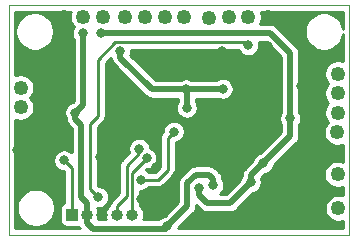
<source format=gbr>
G04 #@! TF.GenerationSoftware,KiCad,Pcbnew,5.1.9*
G04 #@! TF.CreationDate,2021-03-07T10:51:21+01:00*
G04 #@! TF.ProjectId,UniAmp,556e6941-6d70-42e6-9b69-6361645f7063,rev?*
G04 #@! TF.SameCoordinates,Original*
G04 #@! TF.FileFunction,Copper,L2,Bot*
G04 #@! TF.FilePolarity,Positive*
%FSLAX46Y46*%
G04 Gerber Fmt 4.6, Leading zero omitted, Abs format (unit mm)*
G04 Created by KiCad (PCBNEW 5.1.9) date 2021-03-07 10:51:21*
%MOMM*%
%LPD*%
G01*
G04 APERTURE LIST*
G04 #@! TA.AperFunction,Profile*
%ADD10C,0.050000*%
G04 #@! TD*
G04 #@! TA.AperFunction,ComponentPad*
%ADD11R,1.000000X1.000000*%
G04 #@! TD*
G04 #@! TA.AperFunction,ComponentPad*
%ADD12O,1.000000X1.000000*%
G04 #@! TD*
G04 #@! TA.AperFunction,ComponentPad*
%ADD13C,1.250000*%
G04 #@! TD*
G04 #@! TA.AperFunction,ViaPad*
%ADD14C,0.800000*%
G04 #@! TD*
G04 #@! TA.AperFunction,Conductor*
%ADD15C,0.250000*%
G04 #@! TD*
G04 #@! TA.AperFunction,Conductor*
%ADD16C,0.500000*%
G04 #@! TD*
G04 #@! TA.AperFunction,Conductor*
%ADD17C,0.254000*%
G04 #@! TD*
G04 #@! TA.AperFunction,Conductor*
%ADD18C,0.150000*%
G04 #@! TD*
G04 APERTURE END LIST*
D10*
X113010000Y-56530000D02*
X113010000Y-75960000D01*
X141850000Y-56530000D02*
X113010000Y-56530000D01*
X141850000Y-75960000D02*
X141850000Y-56530000D01*
X113010000Y-75960000D02*
X141850000Y-75960000D01*
D11*
X118360000Y-74230000D03*
D12*
X119630000Y-74230000D03*
X120900000Y-74230000D03*
X122170000Y-74230000D03*
X123440000Y-74230000D03*
D13*
X114000000Y-63500000D03*
X114000000Y-65150000D03*
X117660000Y-57490000D03*
X120960000Y-57480000D03*
X127850000Y-57540000D03*
X126190000Y-57500000D03*
X124530000Y-57480000D03*
X122870000Y-57520000D03*
X119310000Y-57490000D03*
X140870000Y-62310000D03*
X140870000Y-63970000D03*
X140850000Y-65620000D03*
X140830000Y-67270000D03*
X140840000Y-70820000D03*
X140910000Y-73700000D03*
X129970000Y-57550000D03*
X131620000Y-57530000D03*
X133270000Y-57540000D03*
X134920000Y-57540000D03*
D14*
X132110000Y-74790000D03*
X130860000Y-67940000D03*
X120760000Y-69320000D03*
X136280000Y-74860000D03*
X113690000Y-68780000D03*
X135560000Y-63330000D03*
X140230000Y-68950000D03*
X117350000Y-64620000D03*
X121840000Y-64020000D03*
X125480000Y-70240000D03*
X127250000Y-70870000D03*
X124210000Y-72920000D03*
X117680000Y-58860000D03*
X134920000Y-59930000D03*
X123025000Y-65675000D03*
X137725000Y-63325000D03*
X138150000Y-61275000D03*
X126234990Y-61900000D03*
X131090000Y-60379999D03*
X136830000Y-66100000D03*
X129140000Y-72020000D03*
X133500000Y-71500000D03*
X134540000Y-69880000D03*
X120811724Y-58858722D03*
X131120000Y-63600000D03*
X128090000Y-65200000D03*
X127990000Y-63637500D03*
X122430000Y-60380000D03*
X117690000Y-69650000D03*
X124060000Y-68650000D03*
X124670000Y-69480000D03*
X126990000Y-67210000D03*
X124220000Y-71282500D03*
X130300740Y-71770236D03*
X119280000Y-58900000D03*
X126400000Y-75225000D03*
X118650000Y-65600000D03*
X120600000Y-72750000D03*
X133300000Y-59900000D03*
D15*
X120760000Y-67870000D02*
X121690000Y-66940000D01*
X120760000Y-69320000D02*
X120760000Y-67870000D01*
X121690000Y-66940000D02*
X125290000Y-66940000D01*
X125290000Y-66940000D02*
X125720000Y-67370000D01*
X125720000Y-67370000D02*
X125720000Y-70000000D01*
X125720000Y-70000000D02*
X125480000Y-70240000D01*
X137725000Y-63325000D02*
X137725000Y-61700000D01*
X137725000Y-61700000D02*
X138150000Y-61275000D01*
D16*
X129140000Y-72585685D02*
X129814315Y-73260000D01*
X129140000Y-72020000D02*
X129140000Y-72585685D01*
X131740000Y-73260000D02*
X133500000Y-71500000D01*
X129814315Y-73260000D02*
X131740000Y-73260000D01*
X133500000Y-70920000D02*
X134540000Y-69880000D01*
X133500000Y-71500000D02*
X133500000Y-70920000D01*
X136830000Y-67590000D02*
X136830000Y-66100000D01*
X134540000Y-69880000D02*
X136830000Y-67590000D01*
D15*
X136830000Y-65534315D02*
X136825000Y-65529315D01*
X136830000Y-66100000D02*
X136830000Y-65534315D01*
D16*
X136830000Y-64780000D02*
X136825000Y-64775000D01*
X136830000Y-66100000D02*
X136830000Y-64780000D01*
X136825000Y-65529315D02*
X136825000Y-64775000D01*
X135098001Y-58849999D02*
X120820447Y-58849999D01*
X136825000Y-60576998D02*
X135098001Y-58849999D01*
X136825000Y-61035000D02*
X136825000Y-60576998D01*
X136825000Y-64775000D02*
X136825000Y-61035000D01*
X120820447Y-58849999D02*
X120811724Y-58858722D01*
X127424315Y-63637500D02*
X127990000Y-63637500D01*
X125121815Y-63637500D02*
X127424315Y-63637500D01*
X122430000Y-60945685D02*
X125121815Y-63637500D01*
X122430000Y-60380000D02*
X122430000Y-60945685D01*
X131082500Y-63637500D02*
X131120000Y-63600000D01*
X127990000Y-63637500D02*
X131082500Y-63637500D01*
X128090000Y-63737500D02*
X127990000Y-63637500D01*
X128090000Y-65200000D02*
X128090000Y-63737500D01*
D15*
X118360000Y-70320000D02*
X117690000Y-69650000D01*
X118360000Y-74230000D02*
X118360000Y-70320000D01*
X122170000Y-73522894D02*
X122170000Y-74230000D01*
X122989990Y-72702904D02*
X122170000Y-73522894D01*
X122989991Y-70087007D02*
X122989990Y-72702904D01*
X124060000Y-69016998D02*
X122989991Y-70087007D01*
X124060000Y-68650000D02*
X124060000Y-69016998D01*
X123440000Y-70710000D02*
X124670000Y-69480000D01*
X123440000Y-74230000D02*
X123440000Y-70710000D01*
X126990000Y-67210000D02*
X126480000Y-67720000D01*
X126480000Y-67720000D02*
X126480000Y-70440000D01*
X126480000Y-70440000D02*
X125637500Y-71282500D01*
X125637500Y-71282500D02*
X124220000Y-71282500D01*
D16*
X119280000Y-58900000D02*
X119280000Y-59465685D01*
X119630000Y-74937106D02*
X120117894Y-75425000D01*
X119630000Y-74230000D02*
X119630000Y-74937106D01*
X120117894Y-75425000D02*
X126275000Y-75425000D01*
D15*
X126275000Y-75425000D02*
X126275000Y-75350000D01*
X126275000Y-75350000D02*
X126400000Y-75225000D01*
D16*
X126400000Y-75225000D02*
X128100000Y-73525000D01*
X128100000Y-73525000D02*
X128100000Y-71575000D01*
X118650000Y-66165685D02*
X119100000Y-66615685D01*
X118650000Y-65600000D02*
X118650000Y-66165685D01*
X119100000Y-66615685D02*
X119100000Y-72725000D01*
X119630000Y-73255000D02*
X119630000Y-74230000D01*
X119100000Y-72725000D02*
X119630000Y-73255000D01*
X119280000Y-64970000D02*
X118650000Y-65600000D01*
X119280000Y-58900000D02*
X119280000Y-64970000D01*
X130300740Y-71204551D02*
X129946189Y-70850000D01*
X128825000Y-70850000D02*
X128100000Y-71575000D01*
X129946189Y-70850000D02*
X128825000Y-70850000D01*
X130300740Y-71770236D02*
X130300740Y-71204551D01*
D15*
X120550000Y-61133002D02*
X122028003Y-59654999D01*
X133054999Y-59654999D02*
X133300000Y-59900000D01*
X122028003Y-59654999D02*
X133054999Y-59654999D01*
X120550000Y-65900000D02*
X120550000Y-61133002D01*
X119900000Y-66550000D02*
X120550000Y-65900000D01*
X119900000Y-72050000D02*
X119900000Y-66550000D01*
X120600000Y-72750000D02*
X119900000Y-72050000D01*
D17*
X118202271Y-57153974D02*
X118158000Y-57376538D01*
X118158000Y-57603462D01*
X118202271Y-57826026D01*
X118289111Y-58035677D01*
X118415183Y-58224357D01*
X118535898Y-58345072D01*
X118458504Y-58460901D01*
X118388624Y-58629604D01*
X118353000Y-58808699D01*
X118353000Y-58991301D01*
X118388624Y-59170396D01*
X118458504Y-59339099D01*
X118503000Y-59405693D01*
X118503001Y-64648155D01*
X118458158Y-64692999D01*
X118379604Y-64708624D01*
X118210901Y-64778504D01*
X118059072Y-64879952D01*
X117929952Y-65009072D01*
X117828504Y-65160901D01*
X117758624Y-65329604D01*
X117723000Y-65508699D01*
X117723000Y-65691301D01*
X117758624Y-65870396D01*
X117828504Y-66039099D01*
X117873000Y-66105693D01*
X117873000Y-66127522D01*
X117869241Y-66165685D01*
X117873000Y-66203848D01*
X117873000Y-66203851D01*
X117884243Y-66318004D01*
X117928673Y-66464469D01*
X117950489Y-66505283D01*
X118000823Y-66599451D01*
X118065134Y-66677814D01*
X118097921Y-66717765D01*
X118127565Y-66742093D01*
X118323000Y-66937528D01*
X118323000Y-68972024D01*
X118280928Y-68929952D01*
X118129099Y-68828504D01*
X117960396Y-68758624D01*
X117781301Y-68723000D01*
X117598699Y-68723000D01*
X117419604Y-68758624D01*
X117250901Y-68828504D01*
X117099072Y-68929952D01*
X116969952Y-69059072D01*
X116868504Y-69210901D01*
X116798624Y-69379604D01*
X116763000Y-69558699D01*
X116763000Y-69741301D01*
X116798624Y-69920396D01*
X116868504Y-70089099D01*
X116969952Y-70240928D01*
X117099072Y-70370048D01*
X117250901Y-70471496D01*
X117419604Y-70541376D01*
X117598699Y-70577000D01*
X117694933Y-70577000D01*
X117708001Y-70590068D01*
X117708000Y-73225396D01*
X117657350Y-73240761D01*
X117565798Y-73289696D01*
X117485552Y-73355552D01*
X117419696Y-73435798D01*
X117370761Y-73527350D01*
X117340626Y-73626690D01*
X117330451Y-73730000D01*
X117330451Y-74730000D01*
X117340626Y-74833310D01*
X117370761Y-74932650D01*
X117419696Y-75024202D01*
X117485552Y-75104448D01*
X117565798Y-75170304D01*
X117657350Y-75219239D01*
X117756690Y-75249374D01*
X117860000Y-75259549D01*
X118860000Y-75259549D01*
X118918253Y-75253812D01*
X118980823Y-75370872D01*
X119011293Y-75408000D01*
X113562000Y-75408000D01*
X113562000Y-73499755D01*
X113673000Y-73499755D01*
X113673000Y-73820245D01*
X113735525Y-74134578D01*
X113858172Y-74430673D01*
X114036227Y-74697152D01*
X114262848Y-74923773D01*
X114529327Y-75101828D01*
X114825422Y-75224475D01*
X115139755Y-75287000D01*
X115460245Y-75287000D01*
X115774578Y-75224475D01*
X116070673Y-75101828D01*
X116337152Y-74923773D01*
X116563773Y-74697152D01*
X116741828Y-74430673D01*
X116864475Y-74134578D01*
X116927000Y-73820245D01*
X116927000Y-73499755D01*
X116864475Y-73185422D01*
X116741828Y-72889327D01*
X116563773Y-72622848D01*
X116337152Y-72396227D01*
X116070673Y-72218172D01*
X115774578Y-72095525D01*
X115460245Y-72033000D01*
X115139755Y-72033000D01*
X114825422Y-72095525D01*
X114529327Y-72218172D01*
X114262848Y-72396227D01*
X114036227Y-72622848D01*
X113858172Y-72889327D01*
X113735525Y-73185422D01*
X113673000Y-73499755D01*
X113562000Y-73499755D01*
X113562000Y-66215490D01*
X113663974Y-66257729D01*
X113886538Y-66302000D01*
X114113462Y-66302000D01*
X114336026Y-66257729D01*
X114545677Y-66170889D01*
X114734357Y-66044817D01*
X114894817Y-65884357D01*
X115020889Y-65695677D01*
X115107729Y-65486026D01*
X115152000Y-65263462D01*
X115152000Y-65036538D01*
X115107729Y-64813974D01*
X115020889Y-64604323D01*
X114894817Y-64415643D01*
X114804174Y-64325000D01*
X114894817Y-64234357D01*
X115020889Y-64045677D01*
X115107729Y-63836026D01*
X115152000Y-63613462D01*
X115152000Y-63386538D01*
X115107729Y-63163974D01*
X115020889Y-62954323D01*
X114894817Y-62765643D01*
X114734357Y-62605183D01*
X114545677Y-62479111D01*
X114336026Y-62392271D01*
X114113462Y-62348000D01*
X113886538Y-62348000D01*
X113663974Y-62392271D01*
X113562000Y-62434510D01*
X113562000Y-58569755D01*
X113573000Y-58569755D01*
X113573000Y-58890245D01*
X113635525Y-59204578D01*
X113758172Y-59500673D01*
X113936227Y-59767152D01*
X114162848Y-59993773D01*
X114429327Y-60171828D01*
X114725422Y-60294475D01*
X115039755Y-60357000D01*
X115360245Y-60357000D01*
X115674578Y-60294475D01*
X115970673Y-60171828D01*
X116237152Y-59993773D01*
X116463773Y-59767152D01*
X116641828Y-59500673D01*
X116764475Y-59204578D01*
X116827000Y-58890245D01*
X116827000Y-58569755D01*
X116764475Y-58255422D01*
X116641828Y-57959327D01*
X116463773Y-57692848D01*
X116237152Y-57466227D01*
X115970673Y-57288172D01*
X115674578Y-57165525D01*
X115360245Y-57103000D01*
X115039755Y-57103000D01*
X114725422Y-57165525D01*
X114429327Y-57288172D01*
X114162848Y-57466227D01*
X113936227Y-57692848D01*
X113758172Y-57959327D01*
X113635525Y-58255422D01*
X113573000Y-58569755D01*
X113562000Y-58569755D01*
X113562000Y-57082000D01*
X118232084Y-57082000D01*
X118202271Y-57153974D01*
G04 #@! TA.AperFunction,Conductor*
D18*
G36*
X118202271Y-57153974D02*
G01*
X118158000Y-57376538D01*
X118158000Y-57603462D01*
X118202271Y-57826026D01*
X118289111Y-58035677D01*
X118415183Y-58224357D01*
X118535898Y-58345072D01*
X118458504Y-58460901D01*
X118388624Y-58629604D01*
X118353000Y-58808699D01*
X118353000Y-58991301D01*
X118388624Y-59170396D01*
X118458504Y-59339099D01*
X118503000Y-59405693D01*
X118503001Y-64648155D01*
X118458158Y-64692999D01*
X118379604Y-64708624D01*
X118210901Y-64778504D01*
X118059072Y-64879952D01*
X117929952Y-65009072D01*
X117828504Y-65160901D01*
X117758624Y-65329604D01*
X117723000Y-65508699D01*
X117723000Y-65691301D01*
X117758624Y-65870396D01*
X117828504Y-66039099D01*
X117873000Y-66105693D01*
X117873000Y-66127522D01*
X117869241Y-66165685D01*
X117873000Y-66203848D01*
X117873000Y-66203851D01*
X117884243Y-66318004D01*
X117928673Y-66464469D01*
X117950489Y-66505283D01*
X118000823Y-66599451D01*
X118065134Y-66677814D01*
X118097921Y-66717765D01*
X118127565Y-66742093D01*
X118323000Y-66937528D01*
X118323000Y-68972024D01*
X118280928Y-68929952D01*
X118129099Y-68828504D01*
X117960396Y-68758624D01*
X117781301Y-68723000D01*
X117598699Y-68723000D01*
X117419604Y-68758624D01*
X117250901Y-68828504D01*
X117099072Y-68929952D01*
X116969952Y-69059072D01*
X116868504Y-69210901D01*
X116798624Y-69379604D01*
X116763000Y-69558699D01*
X116763000Y-69741301D01*
X116798624Y-69920396D01*
X116868504Y-70089099D01*
X116969952Y-70240928D01*
X117099072Y-70370048D01*
X117250901Y-70471496D01*
X117419604Y-70541376D01*
X117598699Y-70577000D01*
X117694933Y-70577000D01*
X117708001Y-70590068D01*
X117708000Y-73225396D01*
X117657350Y-73240761D01*
X117565798Y-73289696D01*
X117485552Y-73355552D01*
X117419696Y-73435798D01*
X117370761Y-73527350D01*
X117340626Y-73626690D01*
X117330451Y-73730000D01*
X117330451Y-74730000D01*
X117340626Y-74833310D01*
X117370761Y-74932650D01*
X117419696Y-75024202D01*
X117485552Y-75104448D01*
X117565798Y-75170304D01*
X117657350Y-75219239D01*
X117756690Y-75249374D01*
X117860000Y-75259549D01*
X118860000Y-75259549D01*
X118918253Y-75253812D01*
X118980823Y-75370872D01*
X119011293Y-75408000D01*
X113562000Y-75408000D01*
X113562000Y-73499755D01*
X113673000Y-73499755D01*
X113673000Y-73820245D01*
X113735525Y-74134578D01*
X113858172Y-74430673D01*
X114036227Y-74697152D01*
X114262848Y-74923773D01*
X114529327Y-75101828D01*
X114825422Y-75224475D01*
X115139755Y-75287000D01*
X115460245Y-75287000D01*
X115774578Y-75224475D01*
X116070673Y-75101828D01*
X116337152Y-74923773D01*
X116563773Y-74697152D01*
X116741828Y-74430673D01*
X116864475Y-74134578D01*
X116927000Y-73820245D01*
X116927000Y-73499755D01*
X116864475Y-73185422D01*
X116741828Y-72889327D01*
X116563773Y-72622848D01*
X116337152Y-72396227D01*
X116070673Y-72218172D01*
X115774578Y-72095525D01*
X115460245Y-72033000D01*
X115139755Y-72033000D01*
X114825422Y-72095525D01*
X114529327Y-72218172D01*
X114262848Y-72396227D01*
X114036227Y-72622848D01*
X113858172Y-72889327D01*
X113735525Y-73185422D01*
X113673000Y-73499755D01*
X113562000Y-73499755D01*
X113562000Y-66215490D01*
X113663974Y-66257729D01*
X113886538Y-66302000D01*
X114113462Y-66302000D01*
X114336026Y-66257729D01*
X114545677Y-66170889D01*
X114734357Y-66044817D01*
X114894817Y-65884357D01*
X115020889Y-65695677D01*
X115107729Y-65486026D01*
X115152000Y-65263462D01*
X115152000Y-65036538D01*
X115107729Y-64813974D01*
X115020889Y-64604323D01*
X114894817Y-64415643D01*
X114804174Y-64325000D01*
X114894817Y-64234357D01*
X115020889Y-64045677D01*
X115107729Y-63836026D01*
X115152000Y-63613462D01*
X115152000Y-63386538D01*
X115107729Y-63163974D01*
X115020889Y-62954323D01*
X114894817Y-62765643D01*
X114734357Y-62605183D01*
X114545677Y-62479111D01*
X114336026Y-62392271D01*
X114113462Y-62348000D01*
X113886538Y-62348000D01*
X113663974Y-62392271D01*
X113562000Y-62434510D01*
X113562000Y-58569755D01*
X113573000Y-58569755D01*
X113573000Y-58890245D01*
X113635525Y-59204578D01*
X113758172Y-59500673D01*
X113936227Y-59767152D01*
X114162848Y-59993773D01*
X114429327Y-60171828D01*
X114725422Y-60294475D01*
X115039755Y-60357000D01*
X115360245Y-60357000D01*
X115674578Y-60294475D01*
X115970673Y-60171828D01*
X116237152Y-59993773D01*
X116463773Y-59767152D01*
X116641828Y-59500673D01*
X116764475Y-59204578D01*
X116827000Y-58890245D01*
X116827000Y-58569755D01*
X116764475Y-58255422D01*
X116641828Y-57959327D01*
X116463773Y-57692848D01*
X116237152Y-57466227D01*
X115970673Y-57288172D01*
X115674578Y-57165525D01*
X115360245Y-57103000D01*
X115039755Y-57103000D01*
X114725422Y-57165525D01*
X114429327Y-57288172D01*
X114162848Y-57466227D01*
X113936227Y-57692848D01*
X113758172Y-57959327D01*
X113635525Y-58255422D01*
X113573000Y-58569755D01*
X113562000Y-58569755D01*
X113562000Y-57082000D01*
X118232084Y-57082000D01*
X118202271Y-57153974D01*
G37*
G04 #@! TD.AperFunction*
D17*
X141298001Y-58534514D02*
X141244475Y-58265422D01*
X141121828Y-57969327D01*
X140943773Y-57702848D01*
X140717152Y-57476227D01*
X140450673Y-57298172D01*
X140154578Y-57175525D01*
X139840245Y-57113000D01*
X139519755Y-57113000D01*
X139205422Y-57175525D01*
X138909327Y-57298172D01*
X138642848Y-57476227D01*
X138416227Y-57702848D01*
X138238172Y-57969327D01*
X138115525Y-58265422D01*
X138053000Y-58579755D01*
X138053000Y-58900245D01*
X138115525Y-59214578D01*
X138238172Y-59510673D01*
X138416227Y-59777152D01*
X138642848Y-60003773D01*
X138909327Y-60181828D01*
X139205422Y-60304475D01*
X139519755Y-60367000D01*
X139840245Y-60367000D01*
X140154578Y-60304475D01*
X140450673Y-60181828D01*
X140717152Y-60003773D01*
X140943773Y-59777152D01*
X141121828Y-59510673D01*
X141244475Y-59214578D01*
X141298001Y-58945486D01*
X141298001Y-61240368D01*
X141206026Y-61202271D01*
X140983462Y-61158000D01*
X140756538Y-61158000D01*
X140533974Y-61202271D01*
X140324323Y-61289111D01*
X140135643Y-61415183D01*
X139975183Y-61575643D01*
X139849111Y-61764323D01*
X139762271Y-61973974D01*
X139718000Y-62196538D01*
X139718000Y-62423462D01*
X139762271Y-62646026D01*
X139849111Y-62855677D01*
X139975183Y-63044357D01*
X140070826Y-63140000D01*
X139975183Y-63235643D01*
X139849111Y-63424323D01*
X139762271Y-63633974D01*
X139718000Y-63856538D01*
X139718000Y-64083462D01*
X139762271Y-64306026D01*
X139849111Y-64515677D01*
X139975183Y-64704357D01*
X140055826Y-64785000D01*
X139955183Y-64885643D01*
X139829111Y-65074323D01*
X139742271Y-65283974D01*
X139698000Y-65506538D01*
X139698000Y-65733462D01*
X139742271Y-65956026D01*
X139829111Y-66165677D01*
X139955183Y-66354357D01*
X140035826Y-66435000D01*
X139935183Y-66535643D01*
X139809111Y-66724323D01*
X139722271Y-66933974D01*
X139678000Y-67156538D01*
X139678000Y-67383462D01*
X139722271Y-67606026D01*
X139809111Y-67815677D01*
X139935183Y-68004357D01*
X140095643Y-68164817D01*
X140284323Y-68290889D01*
X140493974Y-68377729D01*
X140716538Y-68422000D01*
X140943462Y-68422000D01*
X141166026Y-68377729D01*
X141298000Y-68323064D01*
X141298000Y-69762794D01*
X141176026Y-69712271D01*
X140953462Y-69668000D01*
X140726538Y-69668000D01*
X140503974Y-69712271D01*
X140294323Y-69799111D01*
X140105643Y-69925183D01*
X139945183Y-70085643D01*
X139819111Y-70274323D01*
X139732271Y-70483974D01*
X139688000Y-70706538D01*
X139688000Y-70933462D01*
X139732271Y-71156026D01*
X139819111Y-71365677D01*
X139945183Y-71554357D01*
X140105643Y-71714817D01*
X140294323Y-71840889D01*
X140503974Y-71927729D01*
X140726538Y-71972000D01*
X140953462Y-71972000D01*
X141176026Y-71927729D01*
X141298000Y-71877206D01*
X141298000Y-72613799D01*
X141246026Y-72592271D01*
X141023462Y-72548000D01*
X140796538Y-72548000D01*
X140573974Y-72592271D01*
X140364323Y-72679111D01*
X140175643Y-72805183D01*
X140015183Y-72965643D01*
X139889111Y-73154323D01*
X139802271Y-73363974D01*
X139758000Y-73586538D01*
X139758000Y-73813462D01*
X139802271Y-74036026D01*
X139889111Y-74245677D01*
X140015183Y-74434357D01*
X140175643Y-74594817D01*
X140364323Y-74720889D01*
X140573974Y-74807729D01*
X140796538Y-74852000D01*
X141023462Y-74852000D01*
X141246026Y-74807729D01*
X141298000Y-74786201D01*
X141298000Y-75408000D01*
X127315843Y-75408000D01*
X128622437Y-74101407D01*
X128652080Y-74077080D01*
X128681888Y-74040759D01*
X128749177Y-73958767D01*
X128821327Y-73823784D01*
X128849776Y-73730000D01*
X128865757Y-73677319D01*
X128877000Y-73563166D01*
X128877000Y-73563157D01*
X128880758Y-73525001D01*
X128877000Y-73486845D01*
X128877000Y-73421528D01*
X129237907Y-73782436D01*
X129262235Y-73812080D01*
X129291879Y-73836408D01*
X129291880Y-73836409D01*
X129380548Y-73909177D01*
X129506177Y-73976327D01*
X129515531Y-73981327D01*
X129661996Y-74025757D01*
X129776149Y-74037000D01*
X129776158Y-74037000D01*
X129814314Y-74040758D01*
X129852470Y-74037000D01*
X131701837Y-74037000D01*
X131740000Y-74040759D01*
X131778163Y-74037000D01*
X131778166Y-74037000D01*
X131892319Y-74025757D01*
X132038784Y-73981327D01*
X132173766Y-73909177D01*
X132292080Y-73812080D01*
X132316412Y-73782431D01*
X133691843Y-72407001D01*
X133770396Y-72391376D01*
X133939099Y-72321496D01*
X134090928Y-72220048D01*
X134220048Y-72090928D01*
X134321496Y-71939099D01*
X134391376Y-71770396D01*
X134427000Y-71591301D01*
X134427000Y-71408699D01*
X134391376Y-71229604D01*
X134361461Y-71157383D01*
X134731842Y-70787001D01*
X134810396Y-70771376D01*
X134979099Y-70701496D01*
X135130928Y-70600048D01*
X135260048Y-70470928D01*
X135361496Y-70319099D01*
X135431376Y-70150396D01*
X135447001Y-70071842D01*
X137352437Y-68166407D01*
X137382080Y-68142080D01*
X137429759Y-68083983D01*
X137479177Y-68023767D01*
X137551327Y-67888784D01*
X137563755Y-67847814D01*
X137595757Y-67742319D01*
X137607000Y-67628166D01*
X137607000Y-67628157D01*
X137610758Y-67590001D01*
X137607000Y-67551845D01*
X137607000Y-66605693D01*
X137651496Y-66539099D01*
X137721376Y-66370396D01*
X137757000Y-66191301D01*
X137757000Y-66008699D01*
X137721376Y-65829604D01*
X137651496Y-65660901D01*
X137607000Y-65594307D01*
X137607000Y-64818155D01*
X137610758Y-64779999D01*
X137607000Y-64741844D01*
X137607000Y-64741834D01*
X137602000Y-64691068D01*
X137602000Y-60615153D01*
X137605758Y-60576997D01*
X137602000Y-60538841D01*
X137602000Y-60538833D01*
X137590757Y-60424679D01*
X137546327Y-60278214D01*
X137533513Y-60254241D01*
X137474177Y-60143231D01*
X137401409Y-60054563D01*
X137401408Y-60054562D01*
X137377080Y-60024918D01*
X137347436Y-60000590D01*
X135674413Y-58327568D01*
X135650081Y-58297919D01*
X135531767Y-58200822D01*
X135396785Y-58128672D01*
X135250320Y-58084242D01*
X135136167Y-58072999D01*
X135136164Y-58072999D01*
X135098001Y-58069240D01*
X135059838Y-58072999D01*
X134296140Y-58072999D01*
X134377729Y-57876026D01*
X134422000Y-57653462D01*
X134422000Y-57426538D01*
X134377729Y-57203974D01*
X134327206Y-57082000D01*
X141298001Y-57082000D01*
X141298001Y-58534514D01*
G04 #@! TA.AperFunction,Conductor*
D18*
G36*
X141298001Y-58534514D02*
G01*
X141244475Y-58265422D01*
X141121828Y-57969327D01*
X140943773Y-57702848D01*
X140717152Y-57476227D01*
X140450673Y-57298172D01*
X140154578Y-57175525D01*
X139840245Y-57113000D01*
X139519755Y-57113000D01*
X139205422Y-57175525D01*
X138909327Y-57298172D01*
X138642848Y-57476227D01*
X138416227Y-57702848D01*
X138238172Y-57969327D01*
X138115525Y-58265422D01*
X138053000Y-58579755D01*
X138053000Y-58900245D01*
X138115525Y-59214578D01*
X138238172Y-59510673D01*
X138416227Y-59777152D01*
X138642848Y-60003773D01*
X138909327Y-60181828D01*
X139205422Y-60304475D01*
X139519755Y-60367000D01*
X139840245Y-60367000D01*
X140154578Y-60304475D01*
X140450673Y-60181828D01*
X140717152Y-60003773D01*
X140943773Y-59777152D01*
X141121828Y-59510673D01*
X141244475Y-59214578D01*
X141298001Y-58945486D01*
X141298001Y-61240368D01*
X141206026Y-61202271D01*
X140983462Y-61158000D01*
X140756538Y-61158000D01*
X140533974Y-61202271D01*
X140324323Y-61289111D01*
X140135643Y-61415183D01*
X139975183Y-61575643D01*
X139849111Y-61764323D01*
X139762271Y-61973974D01*
X139718000Y-62196538D01*
X139718000Y-62423462D01*
X139762271Y-62646026D01*
X139849111Y-62855677D01*
X139975183Y-63044357D01*
X140070826Y-63140000D01*
X139975183Y-63235643D01*
X139849111Y-63424323D01*
X139762271Y-63633974D01*
X139718000Y-63856538D01*
X139718000Y-64083462D01*
X139762271Y-64306026D01*
X139849111Y-64515677D01*
X139975183Y-64704357D01*
X140055826Y-64785000D01*
X139955183Y-64885643D01*
X139829111Y-65074323D01*
X139742271Y-65283974D01*
X139698000Y-65506538D01*
X139698000Y-65733462D01*
X139742271Y-65956026D01*
X139829111Y-66165677D01*
X139955183Y-66354357D01*
X140035826Y-66435000D01*
X139935183Y-66535643D01*
X139809111Y-66724323D01*
X139722271Y-66933974D01*
X139678000Y-67156538D01*
X139678000Y-67383462D01*
X139722271Y-67606026D01*
X139809111Y-67815677D01*
X139935183Y-68004357D01*
X140095643Y-68164817D01*
X140284323Y-68290889D01*
X140493974Y-68377729D01*
X140716538Y-68422000D01*
X140943462Y-68422000D01*
X141166026Y-68377729D01*
X141298000Y-68323064D01*
X141298000Y-69762794D01*
X141176026Y-69712271D01*
X140953462Y-69668000D01*
X140726538Y-69668000D01*
X140503974Y-69712271D01*
X140294323Y-69799111D01*
X140105643Y-69925183D01*
X139945183Y-70085643D01*
X139819111Y-70274323D01*
X139732271Y-70483974D01*
X139688000Y-70706538D01*
X139688000Y-70933462D01*
X139732271Y-71156026D01*
X139819111Y-71365677D01*
X139945183Y-71554357D01*
X140105643Y-71714817D01*
X140294323Y-71840889D01*
X140503974Y-71927729D01*
X140726538Y-71972000D01*
X140953462Y-71972000D01*
X141176026Y-71927729D01*
X141298000Y-71877206D01*
X141298000Y-72613799D01*
X141246026Y-72592271D01*
X141023462Y-72548000D01*
X140796538Y-72548000D01*
X140573974Y-72592271D01*
X140364323Y-72679111D01*
X140175643Y-72805183D01*
X140015183Y-72965643D01*
X139889111Y-73154323D01*
X139802271Y-73363974D01*
X139758000Y-73586538D01*
X139758000Y-73813462D01*
X139802271Y-74036026D01*
X139889111Y-74245677D01*
X140015183Y-74434357D01*
X140175643Y-74594817D01*
X140364323Y-74720889D01*
X140573974Y-74807729D01*
X140796538Y-74852000D01*
X141023462Y-74852000D01*
X141246026Y-74807729D01*
X141298000Y-74786201D01*
X141298000Y-75408000D01*
X127315843Y-75408000D01*
X128622437Y-74101407D01*
X128652080Y-74077080D01*
X128681888Y-74040759D01*
X128749177Y-73958767D01*
X128821327Y-73823784D01*
X128849776Y-73730000D01*
X128865757Y-73677319D01*
X128877000Y-73563166D01*
X128877000Y-73563157D01*
X128880758Y-73525001D01*
X128877000Y-73486845D01*
X128877000Y-73421528D01*
X129237907Y-73782436D01*
X129262235Y-73812080D01*
X129291879Y-73836408D01*
X129291880Y-73836409D01*
X129380548Y-73909177D01*
X129506177Y-73976327D01*
X129515531Y-73981327D01*
X129661996Y-74025757D01*
X129776149Y-74037000D01*
X129776158Y-74037000D01*
X129814314Y-74040758D01*
X129852470Y-74037000D01*
X131701837Y-74037000D01*
X131740000Y-74040759D01*
X131778163Y-74037000D01*
X131778166Y-74037000D01*
X131892319Y-74025757D01*
X132038784Y-73981327D01*
X132173766Y-73909177D01*
X132292080Y-73812080D01*
X132316412Y-73782431D01*
X133691843Y-72407001D01*
X133770396Y-72391376D01*
X133939099Y-72321496D01*
X134090928Y-72220048D01*
X134220048Y-72090928D01*
X134321496Y-71939099D01*
X134391376Y-71770396D01*
X134427000Y-71591301D01*
X134427000Y-71408699D01*
X134391376Y-71229604D01*
X134361461Y-71157383D01*
X134731842Y-70787001D01*
X134810396Y-70771376D01*
X134979099Y-70701496D01*
X135130928Y-70600048D01*
X135260048Y-70470928D01*
X135361496Y-70319099D01*
X135431376Y-70150396D01*
X135447001Y-70071842D01*
X137352437Y-68166407D01*
X137382080Y-68142080D01*
X137429759Y-68083983D01*
X137479177Y-68023767D01*
X137551327Y-67888784D01*
X137563755Y-67847814D01*
X137595757Y-67742319D01*
X137607000Y-67628166D01*
X137607000Y-67628157D01*
X137610758Y-67590001D01*
X137607000Y-67551845D01*
X137607000Y-66605693D01*
X137651496Y-66539099D01*
X137721376Y-66370396D01*
X137757000Y-66191301D01*
X137757000Y-66008699D01*
X137721376Y-65829604D01*
X137651496Y-65660901D01*
X137607000Y-65594307D01*
X137607000Y-64818155D01*
X137610758Y-64779999D01*
X137607000Y-64741844D01*
X137607000Y-64741834D01*
X137602000Y-64691068D01*
X137602000Y-60615153D01*
X137605758Y-60576997D01*
X137602000Y-60538841D01*
X137602000Y-60538833D01*
X137590757Y-60424679D01*
X137546327Y-60278214D01*
X137533513Y-60254241D01*
X137474177Y-60143231D01*
X137401409Y-60054563D01*
X137401408Y-60054562D01*
X137377080Y-60024918D01*
X137347436Y-60000590D01*
X135674413Y-58327568D01*
X135650081Y-58297919D01*
X135531767Y-58200822D01*
X135396785Y-58128672D01*
X135250320Y-58084242D01*
X135136167Y-58072999D01*
X135136164Y-58072999D01*
X135098001Y-58069240D01*
X135059838Y-58072999D01*
X134296140Y-58072999D01*
X134377729Y-57876026D01*
X134422000Y-57653462D01*
X134422000Y-57426538D01*
X134377729Y-57203974D01*
X134327206Y-57082000D01*
X141298001Y-57082000D01*
X141298001Y-58534514D01*
G37*
G04 #@! TD.AperFunction*
D17*
X136048000Y-60898842D02*
X136048000Y-61073165D01*
X136048001Y-61073175D01*
X136048000Y-64736834D01*
X136044241Y-64775000D01*
X136048000Y-64813163D01*
X136048000Y-65567480D01*
X136050945Y-65597383D01*
X136008504Y-65660901D01*
X135938624Y-65829604D01*
X135903000Y-66008699D01*
X135903000Y-66191301D01*
X135938624Y-66370396D01*
X136008504Y-66539099D01*
X136053001Y-66605694D01*
X136053000Y-67268156D01*
X134348158Y-68972999D01*
X134269604Y-68988624D01*
X134100901Y-69058504D01*
X133949072Y-69159952D01*
X133819952Y-69289072D01*
X133718504Y-69440901D01*
X133648624Y-69609604D01*
X133632999Y-69688158D01*
X132977565Y-70343592D01*
X132947921Y-70367920D01*
X132923593Y-70397564D01*
X132923591Y-70397566D01*
X132850823Y-70486234D01*
X132816089Y-70551217D01*
X132778673Y-70621216D01*
X132734243Y-70767681D01*
X132725774Y-70853673D01*
X132719241Y-70920000D01*
X132723000Y-70958163D01*
X132723000Y-70994307D01*
X132678504Y-71060901D01*
X132608624Y-71229604D01*
X132592999Y-71308157D01*
X131418157Y-72483000D01*
X130898952Y-72483000D01*
X131020788Y-72361164D01*
X131122236Y-72209335D01*
X131192116Y-72040632D01*
X131227740Y-71861537D01*
X131227740Y-71678935D01*
X131192116Y-71499840D01*
X131122236Y-71331137D01*
X131077740Y-71264543D01*
X131077740Y-71242714D01*
X131081499Y-71204551D01*
X131077740Y-71166385D01*
X131066497Y-71052232D01*
X131022067Y-70905767D01*
X130949917Y-70770785D01*
X130852820Y-70652471D01*
X130823170Y-70628138D01*
X130522602Y-70327570D01*
X130498269Y-70297920D01*
X130379955Y-70200823D01*
X130244973Y-70128673D01*
X130098508Y-70084243D01*
X129984355Y-70073000D01*
X129984352Y-70073000D01*
X129946189Y-70069241D01*
X129908026Y-70073000D01*
X128863163Y-70073000D01*
X128825000Y-70069241D01*
X128786836Y-70073000D01*
X128786834Y-70073000D01*
X128672681Y-70084243D01*
X128526216Y-70128673D01*
X128458725Y-70164748D01*
X128391233Y-70200823D01*
X128335288Y-70246736D01*
X128272920Y-70297920D01*
X128248592Y-70327564D01*
X127577565Y-70998592D01*
X127547921Y-71022920D01*
X127523593Y-71052564D01*
X127523591Y-71052566D01*
X127450823Y-71141234D01*
X127378673Y-71276217D01*
X127355149Y-71353766D01*
X127338486Y-71408699D01*
X127334244Y-71422682D01*
X127319241Y-71575000D01*
X127323001Y-71613173D01*
X127323000Y-73203156D01*
X126208158Y-74317999D01*
X126129604Y-74333624D01*
X125960901Y-74403504D01*
X125809072Y-74504952D01*
X125679952Y-74634072D01*
X125670646Y-74648000D01*
X124378475Y-74648000D01*
X124427533Y-74529565D01*
X124467000Y-74331151D01*
X124467000Y-74128849D01*
X124427533Y-73930435D01*
X124350115Y-73743533D01*
X124237723Y-73575326D01*
X124094674Y-73432277D01*
X124092000Y-73430490D01*
X124092000Y-72202200D01*
X124128699Y-72209500D01*
X124311301Y-72209500D01*
X124490396Y-72173876D01*
X124659099Y-72103996D01*
X124810928Y-72002548D01*
X124878976Y-71934500D01*
X125605478Y-71934500D01*
X125637500Y-71937654D01*
X125669522Y-71934500D01*
X125765314Y-71925065D01*
X125888217Y-71887783D01*
X126001484Y-71827241D01*
X126100764Y-71745764D01*
X126121185Y-71720882D01*
X126918387Y-70923680D01*
X126943264Y-70903264D01*
X127024741Y-70803984D01*
X127085283Y-70690717D01*
X127122565Y-70567815D01*
X127135154Y-70440000D01*
X127132000Y-70407978D01*
X127132000Y-68126915D01*
X127260396Y-68101376D01*
X127429099Y-68031496D01*
X127580928Y-67930048D01*
X127710048Y-67800928D01*
X127811496Y-67649099D01*
X127881376Y-67480396D01*
X127917000Y-67301301D01*
X127917000Y-67118699D01*
X127881376Y-66939604D01*
X127811496Y-66770901D01*
X127710048Y-66619072D01*
X127580928Y-66489952D01*
X127429099Y-66388504D01*
X127260396Y-66318624D01*
X127081301Y-66283000D01*
X126898699Y-66283000D01*
X126719604Y-66318624D01*
X126550901Y-66388504D01*
X126399072Y-66489952D01*
X126269952Y-66619072D01*
X126168504Y-66770901D01*
X126098624Y-66939604D01*
X126063000Y-67118699D01*
X126063000Y-67214934D01*
X126041618Y-67236316D01*
X126016736Y-67256736D01*
X125935259Y-67356017D01*
X125879297Y-67460716D01*
X125874717Y-67469284D01*
X125837435Y-67592186D01*
X125824846Y-67720000D01*
X125828000Y-67752022D01*
X125828001Y-70169932D01*
X125367434Y-70630500D01*
X124878976Y-70630500D01*
X124810928Y-70562452D01*
X124659099Y-70461004D01*
X124625132Y-70446934D01*
X124665067Y-70407000D01*
X124761301Y-70407000D01*
X124940396Y-70371376D01*
X125109099Y-70301496D01*
X125260928Y-70200048D01*
X125390048Y-70070928D01*
X125491496Y-69919099D01*
X125561376Y-69750396D01*
X125597000Y-69571301D01*
X125597000Y-69388699D01*
X125561376Y-69209604D01*
X125491496Y-69040901D01*
X125390048Y-68889072D01*
X125260928Y-68759952D01*
X125109099Y-68658504D01*
X124987000Y-68607928D01*
X124987000Y-68558699D01*
X124951376Y-68379604D01*
X124881496Y-68210901D01*
X124780048Y-68059072D01*
X124650928Y-67929952D01*
X124499099Y-67828504D01*
X124330396Y-67758624D01*
X124151301Y-67723000D01*
X123968699Y-67723000D01*
X123789604Y-67758624D01*
X123620901Y-67828504D01*
X123469072Y-67929952D01*
X123339952Y-68059072D01*
X123238504Y-68210901D01*
X123168624Y-68379604D01*
X123133000Y-68558699D01*
X123133000Y-68741301D01*
X123168624Y-68920396D01*
X123187929Y-68967002D01*
X122551605Y-69603327D01*
X122526728Y-69623743D01*
X122445251Y-69723023D01*
X122415965Y-69777814D01*
X122384708Y-69836291D01*
X122347426Y-69959193D01*
X122334837Y-70087007D01*
X122337992Y-70119039D01*
X122337990Y-72432837D01*
X121731618Y-73039210D01*
X121706736Y-73059630D01*
X121625259Y-73158911D01*
X121589283Y-73226218D01*
X121564717Y-73272178D01*
X121527435Y-73395080D01*
X121524366Y-73426237D01*
X121515326Y-73432277D01*
X121372277Y-73575326D01*
X121259885Y-73743533D01*
X121182467Y-73930435D01*
X121143000Y-74128849D01*
X121143000Y-74331151D01*
X121182467Y-74529565D01*
X121231525Y-74648000D01*
X120568475Y-74648000D01*
X120617533Y-74529565D01*
X120657000Y-74331151D01*
X120657000Y-74128849D01*
X120617533Y-73930435D01*
X120540115Y-73743533D01*
X120493660Y-73674009D01*
X120508699Y-73677000D01*
X120691301Y-73677000D01*
X120870396Y-73641376D01*
X121039099Y-73571496D01*
X121190928Y-73470048D01*
X121320048Y-73340928D01*
X121421496Y-73189099D01*
X121491376Y-73020396D01*
X121527000Y-72841301D01*
X121527000Y-72658699D01*
X121491376Y-72479604D01*
X121421496Y-72310901D01*
X121320048Y-72159072D01*
X121190928Y-72029952D01*
X121039099Y-71928504D01*
X120870396Y-71858624D01*
X120691301Y-71823000D01*
X120595066Y-71823000D01*
X120552000Y-71779934D01*
X120552000Y-66820066D01*
X120988388Y-66383679D01*
X121013264Y-66363264D01*
X121094741Y-66263984D01*
X121155283Y-66150717D01*
X121174691Y-66086736D01*
X121192565Y-66027815D01*
X121205154Y-65900000D01*
X121202000Y-65867978D01*
X121202000Y-61403068D01*
X121650150Y-60954918D01*
X121653000Y-60983848D01*
X121653000Y-60983851D01*
X121664243Y-61098004D01*
X121708673Y-61244469D01*
X121732535Y-61289111D01*
X121780823Y-61379451D01*
X121810148Y-61415183D01*
X121877921Y-61497765D01*
X121907565Y-61522093D01*
X124545405Y-64159934D01*
X124569735Y-64189580D01*
X124599379Y-64213908D01*
X124599380Y-64213909D01*
X124688048Y-64286677D01*
X124750481Y-64320048D01*
X124823031Y-64358827D01*
X124969496Y-64403257D01*
X125083649Y-64414500D01*
X125083658Y-64414500D01*
X125121814Y-64418258D01*
X125159970Y-64414500D01*
X127313001Y-64414500D01*
X127313000Y-64694307D01*
X127268504Y-64760901D01*
X127198624Y-64929604D01*
X127163000Y-65108699D01*
X127163000Y-65291301D01*
X127198624Y-65470396D01*
X127268504Y-65639099D01*
X127369952Y-65790928D01*
X127499072Y-65920048D01*
X127650901Y-66021496D01*
X127819604Y-66091376D01*
X127998699Y-66127000D01*
X128181301Y-66127000D01*
X128360396Y-66091376D01*
X128529099Y-66021496D01*
X128680928Y-65920048D01*
X128810048Y-65790928D01*
X128911496Y-65639099D01*
X128981376Y-65470396D01*
X129017000Y-65291301D01*
X129017000Y-65108699D01*
X128981376Y-64929604D01*
X128911496Y-64760901D01*
X128867000Y-64694307D01*
X128867000Y-64414500D01*
X130670431Y-64414500D01*
X130680901Y-64421496D01*
X130849604Y-64491376D01*
X131028699Y-64527000D01*
X131211301Y-64527000D01*
X131390396Y-64491376D01*
X131559099Y-64421496D01*
X131710928Y-64320048D01*
X131840048Y-64190928D01*
X131941496Y-64039099D01*
X132011376Y-63870396D01*
X132047000Y-63691301D01*
X132047000Y-63508699D01*
X132011376Y-63329604D01*
X131941496Y-63160901D01*
X131840048Y-63009072D01*
X131710928Y-62879952D01*
X131559099Y-62778504D01*
X131390396Y-62708624D01*
X131211301Y-62673000D01*
X131028699Y-62673000D01*
X130849604Y-62708624D01*
X130680901Y-62778504D01*
X130558184Y-62860500D01*
X128495693Y-62860500D01*
X128429099Y-62816004D01*
X128260396Y-62746124D01*
X128081301Y-62710500D01*
X127898699Y-62710500D01*
X127719604Y-62746124D01*
X127550901Y-62816004D01*
X127484307Y-62860500D01*
X125443659Y-62860500D01*
X123295653Y-60712495D01*
X123321376Y-60650396D01*
X123357000Y-60471301D01*
X123357000Y-60306999D01*
X132465208Y-60306999D01*
X132478504Y-60339099D01*
X132579952Y-60490928D01*
X132709072Y-60620048D01*
X132860901Y-60721496D01*
X133029604Y-60791376D01*
X133208699Y-60827000D01*
X133391301Y-60827000D01*
X133570396Y-60791376D01*
X133739099Y-60721496D01*
X133890928Y-60620048D01*
X134020048Y-60490928D01*
X134121496Y-60339099D01*
X134191376Y-60170396D01*
X134227000Y-59991301D01*
X134227000Y-59808699D01*
X134191376Y-59629604D01*
X134190297Y-59626999D01*
X134776158Y-59626999D01*
X136048000Y-60898842D01*
G04 #@! TA.AperFunction,Conductor*
D18*
G36*
X136048000Y-60898842D02*
G01*
X136048000Y-61073165D01*
X136048001Y-61073175D01*
X136048000Y-64736834D01*
X136044241Y-64775000D01*
X136048000Y-64813163D01*
X136048000Y-65567480D01*
X136050945Y-65597383D01*
X136008504Y-65660901D01*
X135938624Y-65829604D01*
X135903000Y-66008699D01*
X135903000Y-66191301D01*
X135938624Y-66370396D01*
X136008504Y-66539099D01*
X136053001Y-66605694D01*
X136053000Y-67268156D01*
X134348158Y-68972999D01*
X134269604Y-68988624D01*
X134100901Y-69058504D01*
X133949072Y-69159952D01*
X133819952Y-69289072D01*
X133718504Y-69440901D01*
X133648624Y-69609604D01*
X133632999Y-69688158D01*
X132977565Y-70343592D01*
X132947921Y-70367920D01*
X132923593Y-70397564D01*
X132923591Y-70397566D01*
X132850823Y-70486234D01*
X132816089Y-70551217D01*
X132778673Y-70621216D01*
X132734243Y-70767681D01*
X132725774Y-70853673D01*
X132719241Y-70920000D01*
X132723000Y-70958163D01*
X132723000Y-70994307D01*
X132678504Y-71060901D01*
X132608624Y-71229604D01*
X132592999Y-71308157D01*
X131418157Y-72483000D01*
X130898952Y-72483000D01*
X131020788Y-72361164D01*
X131122236Y-72209335D01*
X131192116Y-72040632D01*
X131227740Y-71861537D01*
X131227740Y-71678935D01*
X131192116Y-71499840D01*
X131122236Y-71331137D01*
X131077740Y-71264543D01*
X131077740Y-71242714D01*
X131081499Y-71204551D01*
X131077740Y-71166385D01*
X131066497Y-71052232D01*
X131022067Y-70905767D01*
X130949917Y-70770785D01*
X130852820Y-70652471D01*
X130823170Y-70628138D01*
X130522602Y-70327570D01*
X130498269Y-70297920D01*
X130379955Y-70200823D01*
X130244973Y-70128673D01*
X130098508Y-70084243D01*
X129984355Y-70073000D01*
X129984352Y-70073000D01*
X129946189Y-70069241D01*
X129908026Y-70073000D01*
X128863163Y-70073000D01*
X128825000Y-70069241D01*
X128786836Y-70073000D01*
X128786834Y-70073000D01*
X128672681Y-70084243D01*
X128526216Y-70128673D01*
X128458725Y-70164748D01*
X128391233Y-70200823D01*
X128335288Y-70246736D01*
X128272920Y-70297920D01*
X128248592Y-70327564D01*
X127577565Y-70998592D01*
X127547921Y-71022920D01*
X127523593Y-71052564D01*
X127523591Y-71052566D01*
X127450823Y-71141234D01*
X127378673Y-71276217D01*
X127355149Y-71353766D01*
X127338486Y-71408699D01*
X127334244Y-71422682D01*
X127319241Y-71575000D01*
X127323001Y-71613173D01*
X127323000Y-73203156D01*
X126208158Y-74317999D01*
X126129604Y-74333624D01*
X125960901Y-74403504D01*
X125809072Y-74504952D01*
X125679952Y-74634072D01*
X125670646Y-74648000D01*
X124378475Y-74648000D01*
X124427533Y-74529565D01*
X124467000Y-74331151D01*
X124467000Y-74128849D01*
X124427533Y-73930435D01*
X124350115Y-73743533D01*
X124237723Y-73575326D01*
X124094674Y-73432277D01*
X124092000Y-73430490D01*
X124092000Y-72202200D01*
X124128699Y-72209500D01*
X124311301Y-72209500D01*
X124490396Y-72173876D01*
X124659099Y-72103996D01*
X124810928Y-72002548D01*
X124878976Y-71934500D01*
X125605478Y-71934500D01*
X125637500Y-71937654D01*
X125669522Y-71934500D01*
X125765314Y-71925065D01*
X125888217Y-71887783D01*
X126001484Y-71827241D01*
X126100764Y-71745764D01*
X126121185Y-71720882D01*
X126918387Y-70923680D01*
X126943264Y-70903264D01*
X127024741Y-70803984D01*
X127085283Y-70690717D01*
X127122565Y-70567815D01*
X127135154Y-70440000D01*
X127132000Y-70407978D01*
X127132000Y-68126915D01*
X127260396Y-68101376D01*
X127429099Y-68031496D01*
X127580928Y-67930048D01*
X127710048Y-67800928D01*
X127811496Y-67649099D01*
X127881376Y-67480396D01*
X127917000Y-67301301D01*
X127917000Y-67118699D01*
X127881376Y-66939604D01*
X127811496Y-66770901D01*
X127710048Y-66619072D01*
X127580928Y-66489952D01*
X127429099Y-66388504D01*
X127260396Y-66318624D01*
X127081301Y-66283000D01*
X126898699Y-66283000D01*
X126719604Y-66318624D01*
X126550901Y-66388504D01*
X126399072Y-66489952D01*
X126269952Y-66619072D01*
X126168504Y-66770901D01*
X126098624Y-66939604D01*
X126063000Y-67118699D01*
X126063000Y-67214934D01*
X126041618Y-67236316D01*
X126016736Y-67256736D01*
X125935259Y-67356017D01*
X125879297Y-67460716D01*
X125874717Y-67469284D01*
X125837435Y-67592186D01*
X125824846Y-67720000D01*
X125828000Y-67752022D01*
X125828001Y-70169932D01*
X125367434Y-70630500D01*
X124878976Y-70630500D01*
X124810928Y-70562452D01*
X124659099Y-70461004D01*
X124625132Y-70446934D01*
X124665067Y-70407000D01*
X124761301Y-70407000D01*
X124940396Y-70371376D01*
X125109099Y-70301496D01*
X125260928Y-70200048D01*
X125390048Y-70070928D01*
X125491496Y-69919099D01*
X125561376Y-69750396D01*
X125597000Y-69571301D01*
X125597000Y-69388699D01*
X125561376Y-69209604D01*
X125491496Y-69040901D01*
X125390048Y-68889072D01*
X125260928Y-68759952D01*
X125109099Y-68658504D01*
X124987000Y-68607928D01*
X124987000Y-68558699D01*
X124951376Y-68379604D01*
X124881496Y-68210901D01*
X124780048Y-68059072D01*
X124650928Y-67929952D01*
X124499099Y-67828504D01*
X124330396Y-67758624D01*
X124151301Y-67723000D01*
X123968699Y-67723000D01*
X123789604Y-67758624D01*
X123620901Y-67828504D01*
X123469072Y-67929952D01*
X123339952Y-68059072D01*
X123238504Y-68210901D01*
X123168624Y-68379604D01*
X123133000Y-68558699D01*
X123133000Y-68741301D01*
X123168624Y-68920396D01*
X123187929Y-68967002D01*
X122551605Y-69603327D01*
X122526728Y-69623743D01*
X122445251Y-69723023D01*
X122415965Y-69777814D01*
X122384708Y-69836291D01*
X122347426Y-69959193D01*
X122334837Y-70087007D01*
X122337992Y-70119039D01*
X122337990Y-72432837D01*
X121731618Y-73039210D01*
X121706736Y-73059630D01*
X121625259Y-73158911D01*
X121589283Y-73226218D01*
X121564717Y-73272178D01*
X121527435Y-73395080D01*
X121524366Y-73426237D01*
X121515326Y-73432277D01*
X121372277Y-73575326D01*
X121259885Y-73743533D01*
X121182467Y-73930435D01*
X121143000Y-74128849D01*
X121143000Y-74331151D01*
X121182467Y-74529565D01*
X121231525Y-74648000D01*
X120568475Y-74648000D01*
X120617533Y-74529565D01*
X120657000Y-74331151D01*
X120657000Y-74128849D01*
X120617533Y-73930435D01*
X120540115Y-73743533D01*
X120493660Y-73674009D01*
X120508699Y-73677000D01*
X120691301Y-73677000D01*
X120870396Y-73641376D01*
X121039099Y-73571496D01*
X121190928Y-73470048D01*
X121320048Y-73340928D01*
X121421496Y-73189099D01*
X121491376Y-73020396D01*
X121527000Y-72841301D01*
X121527000Y-72658699D01*
X121491376Y-72479604D01*
X121421496Y-72310901D01*
X121320048Y-72159072D01*
X121190928Y-72029952D01*
X121039099Y-71928504D01*
X120870396Y-71858624D01*
X120691301Y-71823000D01*
X120595066Y-71823000D01*
X120552000Y-71779934D01*
X120552000Y-66820066D01*
X120988388Y-66383679D01*
X121013264Y-66363264D01*
X121094741Y-66263984D01*
X121155283Y-66150717D01*
X121174691Y-66086736D01*
X121192565Y-66027815D01*
X121205154Y-65900000D01*
X121202000Y-65867978D01*
X121202000Y-61403068D01*
X121650150Y-60954918D01*
X121653000Y-60983848D01*
X121653000Y-60983851D01*
X121664243Y-61098004D01*
X121708673Y-61244469D01*
X121732535Y-61289111D01*
X121780823Y-61379451D01*
X121810148Y-61415183D01*
X121877921Y-61497765D01*
X121907565Y-61522093D01*
X124545405Y-64159934D01*
X124569735Y-64189580D01*
X124599379Y-64213908D01*
X124599380Y-64213909D01*
X124688048Y-64286677D01*
X124750481Y-64320048D01*
X124823031Y-64358827D01*
X124969496Y-64403257D01*
X125083649Y-64414500D01*
X125083658Y-64414500D01*
X125121814Y-64418258D01*
X125159970Y-64414500D01*
X127313001Y-64414500D01*
X127313000Y-64694307D01*
X127268504Y-64760901D01*
X127198624Y-64929604D01*
X127163000Y-65108699D01*
X127163000Y-65291301D01*
X127198624Y-65470396D01*
X127268504Y-65639099D01*
X127369952Y-65790928D01*
X127499072Y-65920048D01*
X127650901Y-66021496D01*
X127819604Y-66091376D01*
X127998699Y-66127000D01*
X128181301Y-66127000D01*
X128360396Y-66091376D01*
X128529099Y-66021496D01*
X128680928Y-65920048D01*
X128810048Y-65790928D01*
X128911496Y-65639099D01*
X128981376Y-65470396D01*
X129017000Y-65291301D01*
X129017000Y-65108699D01*
X128981376Y-64929604D01*
X128911496Y-64760901D01*
X128867000Y-64694307D01*
X128867000Y-64414500D01*
X130670431Y-64414500D01*
X130680901Y-64421496D01*
X130849604Y-64491376D01*
X131028699Y-64527000D01*
X131211301Y-64527000D01*
X131390396Y-64491376D01*
X131559099Y-64421496D01*
X131710928Y-64320048D01*
X131840048Y-64190928D01*
X131941496Y-64039099D01*
X132011376Y-63870396D01*
X132047000Y-63691301D01*
X132047000Y-63508699D01*
X132011376Y-63329604D01*
X131941496Y-63160901D01*
X131840048Y-63009072D01*
X131710928Y-62879952D01*
X131559099Y-62778504D01*
X131390396Y-62708624D01*
X131211301Y-62673000D01*
X131028699Y-62673000D01*
X130849604Y-62708624D01*
X130680901Y-62778504D01*
X130558184Y-62860500D01*
X128495693Y-62860500D01*
X128429099Y-62816004D01*
X128260396Y-62746124D01*
X128081301Y-62710500D01*
X127898699Y-62710500D01*
X127719604Y-62746124D01*
X127550901Y-62816004D01*
X127484307Y-62860500D01*
X125443659Y-62860500D01*
X123295653Y-60712495D01*
X123321376Y-60650396D01*
X123357000Y-60471301D01*
X123357000Y-60306999D01*
X132465208Y-60306999D01*
X132478504Y-60339099D01*
X132579952Y-60490928D01*
X132709072Y-60620048D01*
X132860901Y-60721496D01*
X133029604Y-60791376D01*
X133208699Y-60827000D01*
X133391301Y-60827000D01*
X133570396Y-60791376D01*
X133739099Y-60721496D01*
X133890928Y-60620048D01*
X134020048Y-60490928D01*
X134121496Y-60339099D01*
X134191376Y-60170396D01*
X134227000Y-59991301D01*
X134227000Y-59808699D01*
X134191376Y-59629604D01*
X134190297Y-59626999D01*
X134776158Y-59626999D01*
X136048000Y-60898842D01*
G37*
G04 #@! TD.AperFunction*
M02*

</source>
